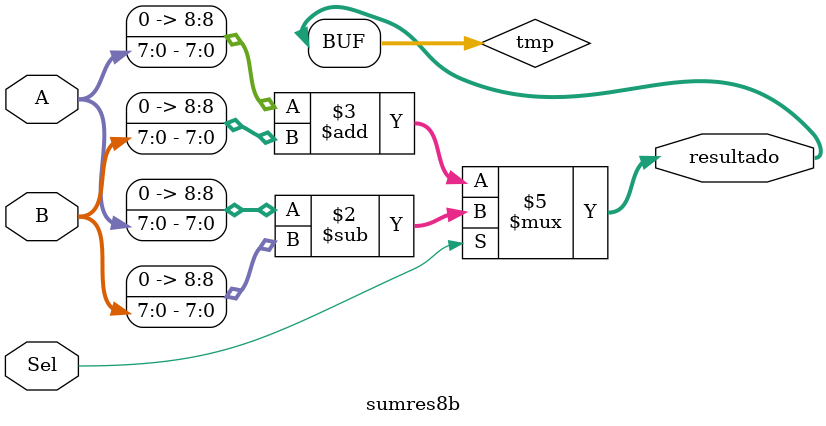
<source format=v>
module sumres8b (
    input  [7:0] A,
    input  [7:0] B,
    input        Sel,     // 0 = suma, 1 = resta
    output [8:0] resultado // 9 bits, firmado
);
    reg [8:0] tmp;
    always @(*) begin
        if (Sel)
            tmp = {1'b0, A} - {1'b0, B}; // resta en 9 bits (con signo)
        else
            tmp = {1'b0, A} + {1'b0, B}; // suma en 9 bits
    end
    assign resultado = tmp;
endmodule

</source>
